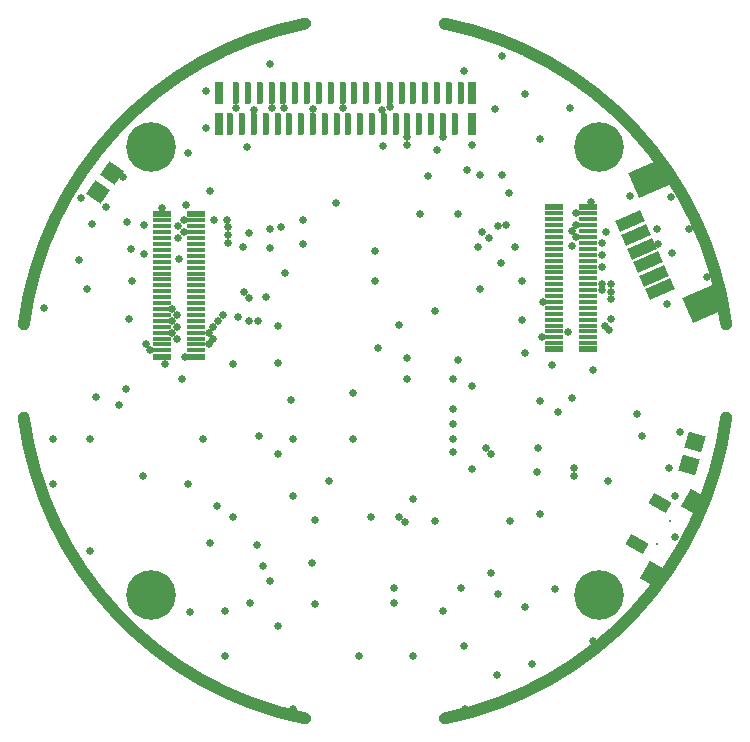
<source format=gts>
%FSLAX44Y44*%
%MOMM*%
G71*
G01*
G75*
G04 Layer_Color=8388736*
%ADD10R,1.3500X0.3000*%
%ADD11R,1.3500X0.2500*%
%ADD12R,0.5000X1.7000*%
G04:AMPARAMS|DCode=13|XSize=0.32mm|YSize=1.7mm|CornerRadius=0.08mm|HoleSize=0mm|Usage=FLASHONLY|Rotation=0.000|XOffset=0mm|YOffset=0mm|HoleType=Round|Shape=RoundedRectangle|*
%AMROUNDEDRECTD13*
21,1,0.3200,1.5400,0,0,0.0*
21,1,0.1600,1.7000,0,0,0.0*
1,1,0.1600,0.0800,-0.7700*
1,1,0.1600,-0.0800,-0.7700*
1,1,0.1600,-0.0800,0.7700*
1,1,0.1600,0.0800,0.7700*
%
%ADD13ROUNDEDRECTD13*%
G04:AMPARAMS|DCode=14|XSize=1.5mm|YSize=0.8mm|CornerRadius=0mm|HoleSize=0mm|Usage=FLASHONLY|Rotation=330.000|XOffset=0mm|YOffset=0mm|HoleType=Round|Shape=Rectangle|*
%AMROTATEDRECTD14*
4,1,4,-0.8495,0.0286,-0.4495,0.7214,0.8495,-0.0286,0.4495,-0.7214,-0.8495,0.0286,0.0*
%
%ADD14ROTATEDRECTD14*%

G04:AMPARAMS|DCode=15|XSize=1.5mm|YSize=1mm|CornerRadius=0mm|HoleSize=0mm|Usage=FLASHONLY|Rotation=240.000|XOffset=0mm|YOffset=0mm|HoleType=Round|Shape=Rectangle|*
%AMROTATEDRECTD15*
4,1,4,-0.0580,0.8995,0.8080,0.3995,0.0580,-0.8995,-0.8080,-0.3995,-0.0580,0.8995,0.0*
%
%ADD15ROTATEDRECTD15*%

G04:AMPARAMS|DCode=16|XSize=3mm|YSize=2.1mm|CornerRadius=0mm|HoleSize=0mm|Usage=FLASHONLY|Rotation=203.500|XOffset=0mm|YOffset=0mm|HoleType=Round|Shape=Rectangle|*
%AMROTATEDRECTD16*
4,1,4,0.9569,1.5610,1.7943,-0.3648,-0.9569,-1.5610,-1.7943,0.3648,0.9569,1.5610,0.0*
%
%ADD16ROTATEDRECTD16*%

G04:AMPARAMS|DCode=17|XSize=2.1mm|YSize=0.8mm|CornerRadius=0mm|HoleSize=0mm|Usage=FLASHONLY|Rotation=203.500|XOffset=0mm|YOffset=0mm|HoleType=Round|Shape=Rectangle|*
%AMROTATEDRECTD17*
4,1,4,0.8034,0.7855,1.1224,0.0519,-0.8034,-0.7855,-1.1224,-0.0519,0.8034,0.7855,0.0*
%
%ADD17ROTATEDRECTD17*%

G04:AMPARAMS|DCode=18|XSize=1.2954mm|YSize=1.1938mm|CornerRadius=0mm|HoleSize=0mm|Usage=FLASHONLY|Rotation=344.000|XOffset=0mm|YOffset=0mm|HoleType=Round|Shape=Rectangle|*
%AMROTATEDRECTD18*
4,1,4,-0.7871,-0.3952,-0.4581,0.7523,0.7871,0.3952,0.4581,-0.7523,-0.7871,-0.3952,0.0*
%
%ADD18ROTATEDRECTD18*%

G04:AMPARAMS|DCode=19|XSize=1.2954mm|YSize=1.1938mm|CornerRadius=0mm|HoleSize=0mm|Usage=FLASHONLY|Rotation=325.000|XOffset=0mm|YOffset=0mm|HoleType=Round|Shape=Rectangle|*
%AMROTATEDRECTD19*
4,1,4,-0.8729,-0.1175,-0.1882,0.8605,0.8729,0.1175,0.1882,-0.8605,-0.8729,-0.1175,0.0*
%
%ADD19ROTATEDRECTD19*%

%ADD20C,0.6000*%
%ADD21C,0.2540*%
%ADD22C,1.0000*%
%ADD23C,0.4000*%
%ADD24C,0.3000*%
G04:AMPARAMS|DCode=25|XSize=4mm|YSize=4mm|CornerRadius=2mm|HoleSize=0mm|Usage=FLASHONLY|Rotation=0.000|XOffset=0mm|YOffset=0mm|HoleType=Round|Shape=RoundedRectangle|*
%AMROUNDEDRECTD25*
21,1,4.0000,0.0000,0,0,0.0*
21,1,0.0000,4.0000,0,0,0.0*
1,1,4.0000,0.0000,0.0000*
1,1,4.0000,0.0000,0.0000*
1,1,4.0000,0.0000,0.0000*
1,1,4.0000,0.0000,0.0000*
%
%ADD25ROUNDEDRECTD25*%
%ADD26C,0.0254*%
%ADD27C,0.4500*%
G04:AMPARAMS|DCode=28|XSize=3mm|YSize=2.1mm|CornerRadius=0mm|HoleSize=0mm|Usage=FLASHONLY|Rotation=210.000|XOffset=0mm|YOffset=0mm|HoleType=Round|Shape=Rectangle|*
%AMROTATEDRECTD28*
4,1,4,0.7740,1.6593,1.8240,-0.1593,-0.7740,-1.6593,-1.8240,0.1593,0.7740,1.6593,0.0*
%
%ADD28ROTATEDRECTD28*%

G04:AMPARAMS|DCode=29|XSize=2.1mm|YSize=0.8mm|CornerRadius=0mm|HoleSize=0mm|Usage=FLASHONLY|Rotation=210.000|XOffset=0mm|YOffset=0mm|HoleType=Round|Shape=Rectangle|*
%AMROTATEDRECTD29*
4,1,4,0.7093,0.8714,1.1093,0.1786,-0.7093,-0.8714,-1.1093,-0.1786,0.7093,0.8714,0.0*
%
%ADD29ROTATEDRECTD29*%

%ADD30R,0.8890X1.0160*%
%ADD31R,2.1000X0.8000*%
%ADD32R,3.0000X2.1000*%
%ADD33R,1.0160X0.8890*%
%ADD34R,1.3970X1.3970*%
%ADD35R,0.8128X0.8128*%
%ADD36R,1.3970X1.3970*%
%ADD37R,1.2700X0.5080*%
%ADD38R,0.8128X0.8128*%
%ADD39R,2.0320X0.6096*%
%ADD40O,2.0320X0.6096*%
%ADD41R,2.0000X2.0000*%
%ADD42R,0.6096X2.0320*%
%ADD43O,0.6096X2.0320*%
%ADD44R,2.5000X2.2000*%
%ADD45R,1.2954X1.6002*%
%ADD46R,1.2000X1.6000*%
%ADD47R,1.6000X1.2000*%
%ADD48R,2.1500X6.3000*%
G04:AMPARAMS|DCode=49|XSize=1.6mm|YSize=1mm|CornerRadius=0mm|HoleSize=0mm|Usage=FLASHONLY|Rotation=24.000|XOffset=0mm|YOffset=0mm|HoleType=Round|Shape=Rectangle|*
%AMROTATEDRECTD49*
4,1,4,-0.5275,-0.7822,-0.9342,0.1314,0.5275,0.7822,0.9342,-0.1314,-0.5275,-0.7822,0.0*
%
%ADD49ROTATEDRECTD49*%

G04:AMPARAMS|DCode=50|XSize=1.8mm|YSize=1.2mm|CornerRadius=0mm|HoleSize=0mm|Usage=FLASHONLY|Rotation=153.000|XOffset=0mm|YOffset=0mm|HoleType=Round|Shape=Rectangle|*
%AMROTATEDRECTD50*
4,1,4,1.0743,0.1260,0.5295,-0.9432,-1.0743,-0.1260,-0.5295,0.9432,1.0743,0.1260,0.0*
%
%ADD50ROTATEDRECTD50*%

%ADD51R,0.8128X1.0668*%
%ADD52R,0.7000X0.6000*%
%ADD53R,3.5000X1.0000*%
%ADD54R,1.0668X0.8128*%
%ADD55C,0.8000*%
%ADD56C,0.5000*%
%ADD57C,0.1200*%
%ADD58C,0.1000*%
%ADD59C,0.1501*%
%ADD60C,0.1500*%
%ADD61C,0.1250*%
%ADD62R,1.5532X0.5032*%
%ADD63R,1.5532X0.4532*%
%ADD64R,0.7032X1.9032*%
G04:AMPARAMS|DCode=65|XSize=0.5232mm|YSize=1.9032mm|CornerRadius=0.1816mm|HoleSize=0mm|Usage=FLASHONLY|Rotation=0.000|XOffset=0mm|YOffset=0mm|HoleType=Round|Shape=RoundedRectangle|*
%AMROUNDEDRECTD65*
21,1,0.5232,1.5400,0,0,0.0*
21,1,0.1600,1.9032,0,0,0.0*
1,1,0.3632,0.0800,-0.7700*
1,1,0.3632,-0.0800,-0.7700*
1,1,0.3632,-0.0800,0.7700*
1,1,0.3632,0.0800,0.7700*
%
%ADD65ROUNDEDRECTD65*%
G04:AMPARAMS|DCode=66|XSize=1.7032mm|YSize=1.0032mm|CornerRadius=0mm|HoleSize=0mm|Usage=FLASHONLY|Rotation=330.000|XOffset=0mm|YOffset=0mm|HoleType=Round|Shape=Rectangle|*
%AMROTATEDRECTD66*
4,1,4,-0.9883,-0.0086,-0.4867,0.8602,0.9883,0.0086,0.4867,-0.8602,-0.9883,-0.0086,0.0*
%
%ADD66ROTATEDRECTD66*%

G04:AMPARAMS|DCode=67|XSize=1.7032mm|YSize=1.2032mm|CornerRadius=0mm|HoleSize=0mm|Usage=FLASHONLY|Rotation=240.000|XOffset=0mm|YOffset=0mm|HoleType=Round|Shape=Rectangle|*
%AMROTATEDRECTD67*
4,1,4,-0.0952,1.0383,0.9468,0.4367,0.0952,-1.0383,-0.9468,-0.4367,-0.0952,1.0383,0.0*
%
%ADD67ROTATEDRECTD67*%

G04:AMPARAMS|DCode=68|XSize=3.2032mm|YSize=2.3032mm|CornerRadius=0mm|HoleSize=0mm|Usage=FLASHONLY|Rotation=203.500|XOffset=0mm|YOffset=0mm|HoleType=Round|Shape=Rectangle|*
%AMROTATEDRECTD68*
4,1,4,1.0096,1.6947,1.9280,-0.4174,-1.0096,-1.6947,-1.9280,0.4174,1.0096,1.6947,0.0*
%
%ADD68ROTATEDRECTD68*%

G04:AMPARAMS|DCode=69|XSize=2.3032mm|YSize=1.0032mm|CornerRadius=0mm|HoleSize=0mm|Usage=FLASHONLY|Rotation=203.500|XOffset=0mm|YOffset=0mm|HoleType=Round|Shape=Rectangle|*
%AMROTATEDRECTD69*
4,1,4,0.8561,0.9192,1.2561,-0.0008,-0.8561,-0.9192,-1.2561,0.0008,0.8561,0.9192,0.0*
%
%ADD69ROTATEDRECTD69*%

G04:AMPARAMS|DCode=70|XSize=1.4986mm|YSize=1.397mm|CornerRadius=0mm|HoleSize=0mm|Usage=FLASHONLY|Rotation=344.000|XOffset=0mm|YOffset=0mm|HoleType=Round|Shape=Rectangle|*
%AMROTATEDRECTD70*
4,1,4,-0.9128,-0.4649,-0.5277,0.8780,0.9128,0.4649,0.5277,-0.8780,-0.9128,-0.4649,0.0*
%
%ADD70ROTATEDRECTD70*%

G04:AMPARAMS|DCode=71|XSize=1.4986mm|YSize=1.397mm|CornerRadius=0mm|HoleSize=0mm|Usage=FLASHONLY|Rotation=325.000|XOffset=0mm|YOffset=0mm|HoleType=Round|Shape=Rectangle|*
%AMROTATEDRECTD71*
4,1,4,-1.0144,-0.1424,-0.2132,1.0020,1.0144,0.1424,0.2132,-1.0020,-1.0144,-0.1424,0.0*
%
%ADD71ROTATEDRECTD71*%

G04:AMPARAMS|DCode=72|XSize=4.2032mm|YSize=4.2032mm|CornerRadius=2.1016mm|HoleSize=0mm|Usage=FLASHONLY|Rotation=0.000|XOffset=0mm|YOffset=0mm|HoleType=Round|Shape=RoundedRectangle|*
%AMROUNDEDRECTD72*
21,1,4.2032,0.0000,0,0,0.0*
21,1,0.0000,4.2032,0,0,0.0*
1,1,4.2032,0.0000,0.0000*
1,1,4.2032,0.0000,0.0000*
1,1,4.2032,0.0000,0.0000*
1,1,4.2032,0.0000,0.0000*
%
%ADD72ROUNDEDRECTD72*%
%ADD73C,0.2286*%
%ADD74C,0.6532*%
D22*
X-59189Y294103D02*
G03*
X-297380Y39563I59189J-294103D01*
G01*
X297385Y39521D02*
G03*
X59128Y294116I-297385J-39521D01*
G01*
X-297380Y-39563D02*
G03*
X-59128Y-294116I297380J39563D01*
G01*
X59097Y-294122D02*
G03*
X297407Y-39355I-59097J294122D01*
G01*
D62*
X-180750Y132750D02*
D03*
X-151250D02*
D03*
X-180750Y12250D02*
D03*
X-151250D02*
D03*
X151250Y138750D02*
D03*
X180750D02*
D03*
X151250Y18250D02*
D03*
X180750D02*
D03*
D63*
X-180750Y127500D02*
D03*
X-151250D02*
D03*
X-180750Y122500D02*
D03*
X-151250D02*
D03*
X-180750Y117500D02*
D03*
X-151250D02*
D03*
X-180750Y112500D02*
D03*
X-151250D02*
D03*
X-180750Y107500D02*
D03*
X-151250D02*
D03*
X-180750Y102500D02*
D03*
X-151250D02*
D03*
X-180750Y97500D02*
D03*
X-151250D02*
D03*
X-180750Y92500D02*
D03*
X-151250D02*
D03*
X-180750Y87500D02*
D03*
X-151250D02*
D03*
X-180750Y82500D02*
D03*
X-151250D02*
D03*
X-180750Y77500D02*
D03*
X-151250D02*
D03*
X-180750Y72500D02*
D03*
X-151250D02*
D03*
X-180750Y67500D02*
D03*
X-151250D02*
D03*
X-180750Y62500D02*
D03*
X-151250D02*
D03*
X-180750Y57500D02*
D03*
X-151250D02*
D03*
X-180750Y52500D02*
D03*
X-151250D02*
D03*
X-180750Y47500D02*
D03*
X-151250D02*
D03*
X-180750Y42500D02*
D03*
X-151250D02*
D03*
X-180750Y37500D02*
D03*
X-151250D02*
D03*
X-180750Y32500D02*
D03*
X-151250D02*
D03*
X-180750Y27500D02*
D03*
X-151250D02*
D03*
X-180750Y22500D02*
D03*
X-151250D02*
D03*
X-180750Y17500D02*
D03*
X-151250D02*
D03*
X151250Y133500D02*
D03*
X180750D02*
D03*
X151250Y128500D02*
D03*
X180750D02*
D03*
X151250Y123500D02*
D03*
X180750D02*
D03*
X151250Y118500D02*
D03*
X180750D02*
D03*
X151250Y113500D02*
D03*
X180750D02*
D03*
X151250Y108500D02*
D03*
X180750D02*
D03*
X151250Y103500D02*
D03*
X180750D02*
D03*
X151250Y98500D02*
D03*
X180750D02*
D03*
X151250Y93500D02*
D03*
X180750D02*
D03*
X151250Y88500D02*
D03*
X180750D02*
D03*
X151250Y83500D02*
D03*
X180750D02*
D03*
X151250Y78500D02*
D03*
X180750D02*
D03*
X151250Y73500D02*
D03*
X180750D02*
D03*
X151250Y68500D02*
D03*
X180750D02*
D03*
X151250Y63500D02*
D03*
X180750D02*
D03*
X151250Y58500D02*
D03*
X180750D02*
D03*
X151250Y53500D02*
D03*
X180750D02*
D03*
X151250Y48500D02*
D03*
X180750D02*
D03*
X151250Y43500D02*
D03*
X180750D02*
D03*
X151250Y38500D02*
D03*
X180750D02*
D03*
X151250Y33500D02*
D03*
X180750D02*
D03*
X151250Y28500D02*
D03*
X180750D02*
D03*
X151250Y23500D02*
D03*
X180750D02*
D03*
D64*
X82000Y235000D02*
D03*
Y209000D02*
D03*
X-132000D02*
D03*
Y235000D02*
D03*
D65*
X17500Y209000D02*
D03*
X27500D02*
D03*
X37500D02*
D03*
X22500Y235000D02*
D03*
X32500D02*
D03*
X42500D02*
D03*
X72500D02*
D03*
X62500D02*
D03*
X52500D02*
D03*
X67500Y209000D02*
D03*
X57500D02*
D03*
X47500D02*
D03*
X-42500D02*
D03*
X-32500D02*
D03*
X-22500D02*
D03*
X-12500D02*
D03*
X-2500D02*
D03*
X7500D02*
D03*
X-37500Y235000D02*
D03*
X-27500D02*
D03*
X-17500D02*
D03*
X-7500D02*
D03*
X2500D02*
D03*
X12500D02*
D03*
X-47500D02*
D03*
X-57500D02*
D03*
X-67500D02*
D03*
X-77500D02*
D03*
X-87500D02*
D03*
X-97500D02*
D03*
X-107500D02*
D03*
X-117500D02*
D03*
X-52500Y209000D02*
D03*
X-62500D02*
D03*
X-72500D02*
D03*
X-82500D02*
D03*
X-92500D02*
D03*
X-102500D02*
D03*
X-112500D02*
D03*
X-122500D02*
D03*
D66*
X241414Y-111823D02*
D03*
X221564Y-146204D02*
D03*
D67*
X268586Y-109959D02*
D03*
X233586Y-170581D02*
D03*
D68*
X233777Y163235D02*
D03*
X279792Y57406D02*
D03*
D69*
X215815Y126801D02*
D03*
X220799Y115338D02*
D03*
X235912Y80581D02*
D03*
X240896Y69118D02*
D03*
X230848Y92228D02*
D03*
X225863Y103691D02*
D03*
D70*
X271284Y-60427D02*
D03*
X265772Y-79653D02*
D03*
D71*
X-222864Y167706D02*
D03*
X-234336Y151323D02*
D03*
D72*
X-190000Y-190000D02*
D03*
X190000D02*
D03*
Y190000D02*
D03*
X-190000D02*
D03*
D73*
X249558Y-126917D02*
D03*
X238458Y-146143D02*
D03*
D74*
X239917Y107162D02*
D03*
X65850Y-57150D02*
D03*
Y-68580D02*
D03*
Y-44550D02*
D03*
Y-31750D02*
D03*
X199390Y73660D02*
D03*
X226401Y-54950D02*
D03*
X-280670Y53340D02*
D03*
X65750Y-6450D02*
D03*
X124460Y43500D02*
D03*
X106680Y91440D02*
D03*
X-194310Y22500D02*
D03*
X-190500Y17500D02*
D03*
X-140970Y22500D02*
D03*
X-106756Y116764D02*
D03*
X-88900Y120650D02*
D03*
X-79391Y121920D02*
D03*
X-171521Y52500D02*
D03*
X-167640Y37500D02*
D03*
X-137160D02*
D03*
X-140970Y32500D02*
D03*
X-137160Y27500D02*
D03*
X-171521Y32500D02*
D03*
X-88596Y104256D02*
D03*
X-167640Y27500D02*
D03*
Y47500D02*
D03*
X-171521Y42500D02*
D03*
X-128445Y47500D02*
D03*
X-133270Y42500D02*
D03*
X-111410Y104637D02*
D03*
X-60960Y128270D02*
D03*
X-106490Y42500D02*
D03*
X-99060D02*
D03*
X-92040Y63060D02*
D03*
X-161290Y12250D02*
D03*
X-124705Y108770D02*
D03*
X-177800Y6350D02*
D03*
X-125030Y127761D02*
D03*
X-124740Y121630D02*
D03*
X-124705Y115245D02*
D03*
X-115868Y45964D02*
D03*
X-106490Y61761D02*
D03*
X-111183Y67310D02*
D03*
X-166463Y122500D02*
D03*
X12500Y223720D02*
D03*
X6326Y220595D02*
D03*
X-161579Y117500D02*
D03*
X75649Y-232404D02*
D03*
X246978Y56470D02*
D03*
X-210820Y-15240D02*
D03*
X-206564Y102914D02*
D03*
X-236220Y-21930D02*
D03*
X-156877Y-203803D02*
D03*
X-240030Y124460D02*
D03*
X-95250Y-165100D02*
D03*
X16351Y-183783D02*
D03*
X-99790Y-147320D02*
D03*
X72390Y-183402D02*
D03*
X253926Y-105410D02*
D03*
X257810Y-51673D02*
D03*
X191770Y108500D02*
D03*
Y88500D02*
D03*
Y73500D02*
D03*
Y68500D02*
D03*
X199390Y61172D02*
D03*
Y67310D02*
D03*
X93980Y-64770D02*
D03*
X140970Y28500D02*
D03*
X170330Y113500D02*
D03*
X96425Y113030D02*
D03*
X104140Y-189175D02*
D03*
X170330Y133500D02*
D03*
X90170Y118110D02*
D03*
X97790Y-170609D02*
D03*
X195580Y118110D02*
D03*
X182880Y143129D02*
D03*
X77860Y170570D02*
D03*
X57150Y198365D02*
D03*
X88691Y166161D02*
D03*
X52500Y187530D02*
D03*
X170330Y123500D02*
D03*
X110800D02*
D03*
X104180Y122830D02*
D03*
X166370Y118500D02*
D03*
X-213317Y163935D02*
D03*
X-133740Y-114400D02*
D03*
X163075Y33020D02*
D03*
X98520Y-70040D02*
D03*
X27500Y198120D02*
D03*
X-180750Y138430D02*
D03*
X20701Y-123190D02*
D03*
X-250385Y93980D02*
D03*
X113520Y151130D02*
D03*
X238760Y120650D02*
D03*
X191770Y98500D02*
D03*
X142320Y58500D02*
D03*
X124576Y76047D02*
D03*
X87179Y105410D02*
D03*
X-98425Y-54864D02*
D03*
X-205740Y76047D02*
D03*
X82307Y-12700D02*
D03*
X69850Y9170D02*
D03*
X127000Y15240D02*
D03*
X139414Y-25400D02*
D03*
X167195Y-22860D02*
D03*
X222112Y-35987D02*
D03*
X197361Y-92710D02*
D03*
X154940Y-35084D02*
D03*
X248784Y-82220D02*
D03*
X168156Y-88774D02*
D03*
X103025Y-257699D02*
D03*
X127381Y-200198D02*
D03*
X-159932Y140735D02*
D03*
X-209867Y126230D02*
D03*
X-166463Y112500D02*
D03*
X-228004Y138970D02*
D03*
X-195580Y99060D02*
D03*
X-117784Y222448D02*
D03*
X-87630Y222610D02*
D03*
X-77470D02*
D03*
X-27506D02*
D03*
X-143510Y236827D02*
D03*
Y205740D02*
D03*
X6700Y190500D02*
D03*
X82000Y191612D02*
D03*
X75503Y254000D02*
D03*
X199797Y44450D02*
D03*
X137701Y-64770D02*
D03*
X137080Y-85090D02*
D03*
X82170Y-82550D02*
D03*
X50800Y-127006D02*
D03*
X31750Y-107937D02*
D03*
X-19050Y-57150D02*
D03*
Y-18850D02*
D03*
X198040Y34770D02*
D03*
X25400Y-127889D02*
D03*
X-88596Y260350D02*
D03*
X69953Y133350D02*
D03*
X38100Y133294D02*
D03*
X161Y101644D02*
D03*
Y76047D02*
D03*
X50800Y50980D02*
D03*
X88900Y69858D02*
D03*
X-50800Y-125730D02*
D03*
X-82515Y-69850D02*
D03*
X-69850Y-57150D02*
D03*
X-146050D02*
D03*
X-196850Y-88774D02*
D03*
X-273050Y-57150D02*
D03*
Y-95250D02*
D03*
X-241300Y-152400D02*
D03*
X-241306Y-57150D02*
D03*
X-127000Y-203200D02*
D03*
Y-241300D02*
D03*
X-13176D02*
D03*
X32115D02*
D03*
X133206Y-247650D02*
D03*
X57150Y-203200D02*
D03*
X-50653Y-196850D02*
D03*
X-88706Y-177800D02*
D03*
X-139700Y-145796D02*
D03*
X152400Y-184678D02*
D03*
X114279Y-127006D02*
D03*
X-120650Y6350D02*
D03*
X-82500Y6630D02*
D03*
Y38100D02*
D03*
X-76200Y82600D02*
D03*
X-33020Y142240D02*
D03*
X-139694Y152400D02*
D03*
X-158750Y184264D02*
D03*
X-108770Y189720D02*
D03*
X118623Y105083D02*
D03*
X166370Y105461D02*
D03*
X280670Y79605D02*
D03*
X250433Y147219D02*
D03*
X165100Y222444D02*
D03*
X107773Y266700D02*
D03*
X184150Y1270D02*
D03*
X254204Y-140234D02*
D03*
X184150Y-228600D02*
D03*
X75799Y-285750D02*
D03*
X-69850D02*
D03*
X139990Y196850D02*
D03*
X101646Y221632D02*
D03*
X-69850Y-105410D02*
D03*
X-39370Y-93118D02*
D03*
X-120457Y-123190D02*
D03*
X-158470Y-95250D02*
D03*
X-217170Y-28670D02*
D03*
X-163447Y-6350D02*
D03*
X-195586Y123776D02*
D03*
X-208280Y44450D02*
D03*
X-243698Y69850D02*
D03*
X-71120Y-24130D02*
D03*
X-248718Y146465D02*
D03*
X139700Y-120650D02*
D03*
X107773Y166292D02*
D03*
X27150Y11049D02*
D03*
X20656Y39370D02*
D03*
X-166370Y95266D02*
D03*
X-136604Y127761D02*
D03*
X-60698Y107950D02*
D03*
X-52500Y222200D02*
D03*
X-102870Y221222D02*
D03*
X265430Y120666D02*
D03*
X251569Y100330D02*
D03*
X44450Y164885D02*
D03*
X-106221Y-196469D02*
D03*
X-53718Y-162334D02*
D03*
X16351Y-196010D02*
D03*
X194710Y38100D02*
D03*
X168156Y-82220D02*
D03*
X27500Y191060D02*
D03*
Y-6450D02*
D03*
X2540Y19611D02*
D03*
X-82550Y-215900D02*
D03*
X149860Y5080D02*
D03*
X215900Y148590D02*
D03*
X-161579Y127500D02*
D03*
X-3810Y-123858D02*
D03*
X127000Y234950D02*
D03*
M02*

</source>
